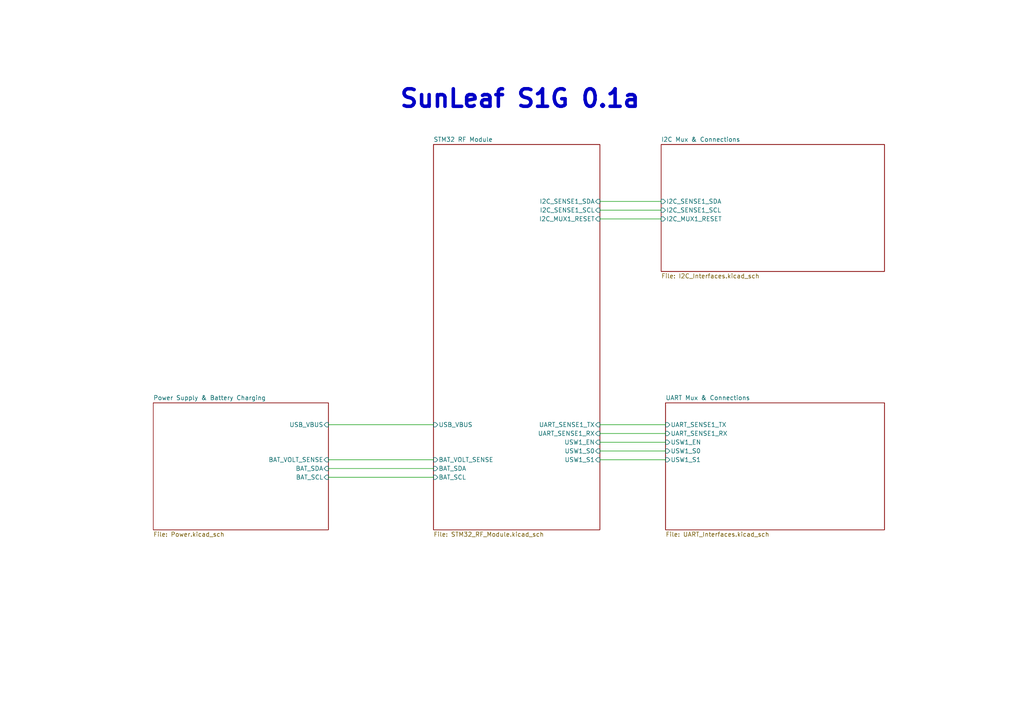
<source format=kicad_sch>
(kicad_sch
	(version 20231120)
	(generator "eeschema")
	(generator_version "8.0")
	(uuid "0ab3d8db-ce17-4d85-ae9d-788a39a657cb")
	(paper "A4")
	(lib_symbols)
	(wire
		(pts
			(xy 191.77 60.96) (xy 173.99 60.96)
		)
		(stroke
			(width 0)
			(type default)
		)
		(uuid "0d89b4ff-34ba-434d-854f-431ff690173c")
	)
	(wire
		(pts
			(xy 173.99 123.19) (xy 193.04 123.19)
		)
		(stroke
			(width 0)
			(type default)
		)
		(uuid "1dedb06f-81ec-46e7-8a6b-f68aafed5248")
	)
	(wire
		(pts
			(xy 125.73 133.35) (xy 95.25 133.35)
		)
		(stroke
			(width 0)
			(type default)
		)
		(uuid "2c277088-8cb6-4027-9149-b77869373e98")
	)
	(wire
		(pts
			(xy 173.99 58.42) (xy 191.77 58.42)
		)
		(stroke
			(width 0)
			(type default)
		)
		(uuid "5ce68ebf-8201-45c7-842c-e6252a526cbe")
	)
	(wire
		(pts
			(xy 95.25 123.19) (xy 125.73 123.19)
		)
		(stroke
			(width 0)
			(type default)
		)
		(uuid "6f80caa6-75c4-4f4a-bb02-35f049d9dbf5")
	)
	(wire
		(pts
			(xy 193.04 133.35) (xy 173.99 133.35)
		)
		(stroke
			(width 0)
			(type default)
		)
		(uuid "89a96b0a-0d89-4551-a5e7-138fbaef341d")
	)
	(wire
		(pts
			(xy 173.99 130.81) (xy 193.04 130.81)
		)
		(stroke
			(width 0)
			(type default)
		)
		(uuid "c4104d1d-24d7-41cb-82ec-c2611905ab42")
	)
	(wire
		(pts
			(xy 125.73 138.43) (xy 95.25 138.43)
		)
		(stroke
			(width 0)
			(type default)
		)
		(uuid "c797e491-fa95-4eae-934f-ccef8b4a5b42")
	)
	(wire
		(pts
			(xy 173.99 63.5) (xy 191.77 63.5)
		)
		(stroke
			(width 0)
			(type default)
		)
		(uuid "c84a1857-5b72-4a54-b90b-6c8dc02ebc5c")
	)
	(wire
		(pts
			(xy 173.99 128.27) (xy 193.04 128.27)
		)
		(stroke
			(width 0)
			(type default)
		)
		(uuid "d7150eb9-a55c-4c98-bf8b-26428407d4cc")
	)
	(wire
		(pts
			(xy 193.04 125.73) (xy 173.99 125.73)
		)
		(stroke
			(width 0)
			(type default)
		)
		(uuid "e31b427a-a95b-49d2-ac94-627dbab55ddc")
	)
	(wire
		(pts
			(xy 95.25 135.89) (xy 125.73 135.89)
		)
		(stroke
			(width 0)
			(type default)
		)
		(uuid "e340c012-b1e0-4c3c-b366-a9e232951d32")
	)
	(text "SunLeaf S1G 0.1a"
		(exclude_from_sim no)
		(at 115.57 31.75 0)
		(effects
			(font
				(size 5.08 5.08)
				(thickness 1.016)
				(bold yes)
			)
			(justify left bottom)
		)
		(uuid "511e79b1-d392-41c9-9778-40add8c08b9b")
	)
	(sheet
		(at 44.45 116.84)
		(size 50.8 36.83)
		(fields_autoplaced yes)
		(stroke
			(width 0)
			(type solid)
		)
		(fill
			(color 0 0 0 0.0000)
		)
		(uuid "00000000-0000-0000-0000-00005f055222")
		(property "Sheetname" "Power Supply & Battery Charging"
			(at 44.45 116.1284 0)
			(effects
				(font
					(size 1.27 1.27)
				)
				(justify left bottom)
			)
		)
		(property "Sheetfile" "Power.kicad_sch"
			(at 44.45 154.2546 0)
			(effects
				(font
					(size 1.27 1.27)
				)
				(justify left top)
			)
		)
		(pin "USB_VBUS" input
			(at 95.25 123.19 0)
			(effects
				(font
					(size 1.27 1.27)
				)
				(justify right)
			)
			(uuid "8e96867b-21d4-46d0-afb8-e0f3654cc844")
		)
		(pin "BAT_VOLT_SENSE" input
			(at 95.25 133.35 0)
			(effects
				(font
					(size 1.27 1.27)
				)
				(justify right)
			)
			(uuid "51913290-a6a7-4247-99ab-194bb608276a")
		)
		(pin "BAT_SDA" input
			(at 95.25 135.89 0)
			(effects
				(font
					(size 1.27 1.27)
				)
				(justify right)
			)
			(uuid "bdc6e176-d7ff-43dd-9d35-2a175235346b")
		)
		(pin "BAT_SCL" input
			(at 95.25 138.43 0)
			(effects
				(font
					(size 1.27 1.27)
				)
				(justify right)
			)
			(uuid "8b084881-196f-4257-b64d-d0e5c48ad82b")
		)
		(instances
			(project "agricoltura-SunLeaf-2.4G"
				(path "/0ab3d8db-ce17-4d85-ae9d-788a39a657cb"
					(page "2")
				)
			)
		)
	)
	(sheet
		(at 191.77 41.91)
		(size 64.77 36.83)
		(fields_autoplaced yes)
		(stroke
			(width 0)
			(type solid)
		)
		(fill
			(color 0 0 0 0.0000)
		)
		(uuid "00000000-0000-0000-0000-00005f0552da")
		(property "Sheetname" "I2C Mux & Connections"
			(at 191.77 41.1984 0)
			(effects
				(font
					(size 1.27 1.27)
				)
				(justify left bottom)
			)
		)
		(property "Sheetfile" "I2C_Interfaces.kicad_sch"
			(at 191.77 79.3246 0)
			(effects
				(font
					(size 1.27 1.27)
				)
				(justify left top)
			)
		)
		(pin "I2C_SENSE1_SDA" input
			(at 191.77 58.42 180)
			(effects
				(font
					(size 1.27 1.27)
				)
				(justify left)
			)
			(uuid "e1249d8f-e1e8-44c2-b6b6-0774dc00c37f")
		)
		(pin "I2C_SENSE1_SCL" input
			(at 191.77 60.96 180)
			(effects
				(font
					(size 1.27 1.27)
				)
				(justify left)
			)
			(uuid "17588d35-4a06-4efa-9a95-cf692fb00b81")
		)
		(pin "I2C_MUX1_RESET" input
			(at 191.77 63.5 180)
			(effects
				(font
					(size 1.27 1.27)
				)
				(justify left)
			)
			(uuid "12cb1c95-2d33-4ca0-8c3b-04b74aa63c21")
		)
		(instances
			(project "agricoltura-SunLeaf-2.4G"
				(path "/0ab3d8db-ce17-4d85-ae9d-788a39a657cb"
					(page "4")
				)
			)
		)
	)
	(sheet
		(at 193.04 116.84)
		(size 63.5 36.83)
		(fields_autoplaced yes)
		(stroke
			(width 0)
			(type solid)
		)
		(fill
			(color 0 0 0 0.0000)
		)
		(uuid "00000000-0000-0000-0000-00005f05538c")
		(property "Sheetname" "UART Mux & Connections"
			(at 193.04 116.1284 0)
			(effects
				(font
					(size 1.27 1.27)
				)
				(justify left bottom)
			)
		)
		(property "Sheetfile" "UART_Interfaces.kicad_sch"
			(at 193.04 154.2546 0)
			(effects
				(font
					(size 1.27 1.27)
				)
				(justify left top)
			)
		)
		(pin "UART_SENSE1_TX" input
			(at 193.04 123.19 180)
			(effects
				(font
					(size 1.27 1.27)
				)
				(justify left)
			)
			(uuid "635f34a4-d95b-4d9a-9960-3619da538782")
		)
		(pin "UART_SENSE1_RX" input
			(at 193.04 125.73 180)
			(effects
				(font
					(size 1.27 1.27)
				)
				(justify left)
			)
			(uuid "dbd30b07-d4c8-4296-bb1c-ab373a39e0bc")
		)
		(pin "USW1_S1" input
			(at 193.04 133.35 180)
			(effects
				(font
					(size 1.27 1.27)
				)
				(justify left)
			)
			(uuid "24bf4e02-dcb9-4039-bdb0-107ac749ba2c")
		)
		(pin "USW1_S0" input
			(at 193.04 130.81 180)
			(effects
				(font
					(size 1.27 1.27)
				)
				(justify left)
			)
			(uuid "b32c5370-8fe6-41ea-8f23-25c14c78c6b2")
		)
		(pin "USW1_EN" input
			(at 193.04 128.27 180)
			(effects
				(font
					(size 1.27 1.27)
				)
				(justify left)
			)
			(uuid "4ea2cf4f-55a5-4289-8edb-e924442323e5")
		)
		(instances
			(project "agricoltura-SunLeaf-2.4G"
				(path "/0ab3d8db-ce17-4d85-ae9d-788a39a657cb"
					(page "5")
				)
			)
		)
	)
	(sheet
		(at 125.73 41.91)
		(size 48.26 111.76)
		(fields_autoplaced yes)
		(stroke
			(width 0)
			(type solid)
		)
		(fill
			(color 0 0 0 0.0000)
		)
		(uuid "00000000-0000-0000-0000-0000606f457a")
		(property "Sheetname" "STM32 RF Module"
			(at 125.73 41.1984 0)
			(effects
				(font
					(size 1.27 1.27)
				)
				(justify left bottom)
			)
		)
		(property "Sheetfile" "STM32_RF_Module.kicad_sch"
			(at 125.73 154.2546 0)
			(effects
				(font
					(size 1.27 1.27)
				)
				(justify left top)
			)
		)
		(pin "USB_VBUS" input
			(at 125.73 123.19 180)
			(effects
				(font
					(size 1.27 1.27)
				)
				(justify left)
			)
			(uuid "b63a8584-0c7c-43b1-8b66-3337d427cb2f")
		)
		(pin "I2C_SENSE1_SDA" input
			(at 173.99 58.42 0)
			(effects
				(font
					(size 1.27 1.27)
				)
				(justify right)
			)
			(uuid "fbacc951-8b56-41b4-807f-fe9f9e197ac8")
		)
		(pin "I2C_SENSE1_SCL" input
			(at 173.99 60.96 0)
			(effects
				(font
					(size 1.27 1.27)
				)
				(justify right)
			)
			(uuid "76a1c323-65e9-42e7-909e-5c1d36cb5304")
		)
		(pin "I2C_MUX1_RESET" input
			(at 173.99 63.5 0)
			(effects
				(font
					(size 1.27 1.27)
				)
				(justify right)
			)
			(uuid "1c4a8e39-5831-4242-9d05-c49d527815cb")
		)
		(pin "UART_SENSE1_TX" input
			(at 173.99 123.19 0)
			(effects
				(font
					(size 1.27 1.27)
				)
				(justify right)
			)
			(uuid "e2456f88-5538-47bc-972a-3889cd1d3835")
		)
		(pin "UART_SENSE1_RX" input
			(at 173.99 125.73 0)
			(effects
				(font
					(size 1.27 1.27)
				)
				(justify right)
			)
			(uuid "f0c6141c-674b-4445-b33f-687a9dd7ea54")
		)
		(pin "USW1_S1" input
			(at 173.99 133.35 0)
			(effects
				(font
					(size 1.27 1.27)
				)
				(justify right)
			)
			(uuid "5b1177ab-7972-45c4-bed3-f73e052eff93")
		)
		(pin "USW1_S0" input
			(at 173.99 130.81 0)
			(effects
				(font
					(size 1.27 1.27)
				)
				(justify right)
			)
			(uuid "7636474f-7826-479e-9994-d02461c833af")
		)
		(pin "USW1_EN" input
			(at 173.99 128.27 0)
			(effects
				(font
					(size 1.27 1.27)
				)
				(justify right)
			)
			(uuid "ced397e7-94c8-4f85-8154-c6dda3fe9690")
		)
		(pin "BAT_SDA" input
			(at 125.73 135.89 180)
			(effects
				(font
					(size 1.27 1.27)
				)
				(justify left)
			)
			(uuid "3ea9d80f-c254-45b0-bfde-a035048cfd62")
		)
		(pin "BAT_SCL" input
			(at 125.73 138.43 180)
			(effects
				(font
					(size 1.27 1.27)
				)
				(justify left)
			)
			(uuid "daaf7a1c-7a81-4b37-8333-3d6b222e57d1")
		)
		(pin "BAT_VOLT_SENSE" input
			(at 125.73 133.35 180)
			(effects
				(font
					(size 1.27 1.27)
				)
				(justify left)
			)
			(uuid "9a2a14ce-5768-434b-be8f-be5e96358e84")
		)
		(instances
			(project "agricoltura-SunLeaf-2.4G"
				(path "/0ab3d8db-ce17-4d85-ae9d-788a39a657cb"
					(page "3")
				)
			)
		)
	)
	(sheet_instances
		(path "/"
			(page "1")
		)
	)
)
</source>
